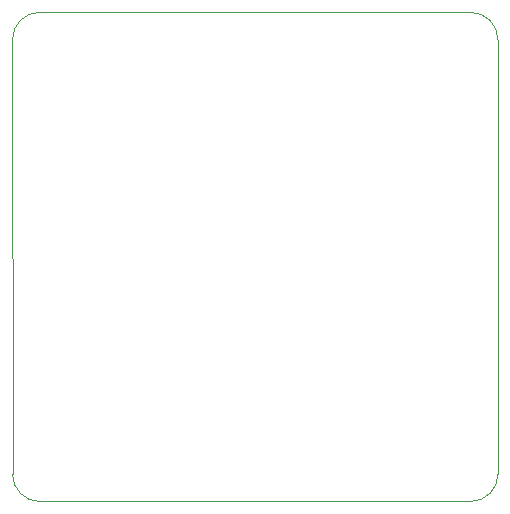
<source format=gbr>
%TF.GenerationSoftware,KiCad,Pcbnew,9.0.1*%
%TF.CreationDate,2025-04-28T02:05:13+08:00*%
%TF.ProjectId,Flight_Control,466c6967-6874-45f4-936f-6e74726f6c2e,rev?*%
%TF.SameCoordinates,Original*%
%TF.FileFunction,Profile,NP*%
%FSLAX46Y46*%
G04 Gerber Fmt 4.6, Leading zero omitted, Abs format (unit mm)*
G04 Created by KiCad (PCBNEW 9.0.1) date 2025-04-28 02:05:13*
%MOMM*%
%LPD*%
G01*
G04 APERTURE LIST*
%TA.AperFunction,Profile*%
%ADD10C,0.050000*%
%TD*%
G04 APERTURE END LIST*
D10*
X133696277Y-96191767D02*
X133701516Y-133006638D01*
X172506600Y-93903293D02*
X135996276Y-93891767D01*
X174800000Y-133000000D02*
X174806606Y-96203293D01*
X136001500Y-135306638D02*
X172500000Y-135300000D01*
X136001516Y-135306638D02*
G75*
G02*
X133701516Y-133006638I-1J2299999D01*
G01*
X133696276Y-96191767D02*
G75*
G02*
X135996276Y-93891767I2299999J1D01*
G01*
X172506638Y-93903293D02*
G75*
G02*
X174806638Y-96203293I1J-2299999D01*
G01*
X174800000Y-133000000D02*
G75*
G02*
X172500000Y-135300000I-2300000J0D01*
G01*
M02*

</source>
